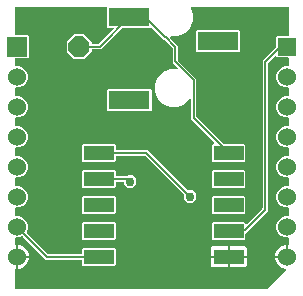
<source format=gbr>
G04 EAGLE Gerber RS-274X export*
G75*
%MOMM*%
%FSLAX34Y34*%
%LPD*%
%INTop Copper*%
%IPPOS*%
%AMOC8*
5,1,8,0,0,1.08239X$1,22.5*%
G01*
G04 Define Apertures*
%ADD10R,2.540000X1.270000*%
%ADD11R,1.676400X1.676400*%
%ADD12C,1.524000*%
%ADD13R,1.524000X1.524000*%
%ADD14R,3.500000X1.500000*%
%ADD15P,1.92449X8X22.5*%
%ADD16C,0.152400*%
%ADD17C,0.756400*%
G36*
X229952Y10855D02*
X230194Y11018D01*
X245815Y26639D01*
X245982Y26892D01*
X246038Y27190D01*
X245973Y27486D01*
X245797Y27734D01*
X245539Y27893D01*
X245276Y27940D01*
X245121Y27940D01*
X241387Y29487D01*
X238529Y32345D01*
X236982Y36079D01*
X236982Y37338D01*
X247904Y37338D01*
X247904Y48260D01*
X248285Y48260D01*
X248582Y48320D01*
X248832Y48492D01*
X248996Y48747D01*
X249047Y49022D01*
X249047Y53594D01*
X248987Y53891D01*
X248815Y54141D01*
X248560Y54305D01*
X248285Y54356D01*
X245323Y54356D01*
X241962Y55748D01*
X239390Y58320D01*
X237998Y61681D01*
X237998Y65319D01*
X239390Y68680D01*
X241962Y71252D01*
X245323Y72644D01*
X248285Y72644D01*
X248582Y72704D01*
X248832Y72876D01*
X248996Y73131D01*
X249047Y73406D01*
X249047Y78994D01*
X248987Y79291D01*
X248815Y79541D01*
X248560Y79705D01*
X248285Y79756D01*
X245323Y79756D01*
X241962Y81148D01*
X239390Y83720D01*
X237998Y87081D01*
X237998Y90719D01*
X239390Y94080D01*
X241962Y96652D01*
X245323Y98044D01*
X248285Y98044D01*
X248582Y98104D01*
X248832Y98276D01*
X248996Y98531D01*
X249047Y98806D01*
X249047Y104394D01*
X248987Y104691D01*
X248815Y104941D01*
X248560Y105105D01*
X248285Y105156D01*
X245323Y105156D01*
X241962Y106548D01*
X239390Y109120D01*
X237998Y112481D01*
X237998Y116119D01*
X239390Y119480D01*
X241962Y122052D01*
X245323Y123444D01*
X248285Y123444D01*
X248582Y123504D01*
X248832Y123676D01*
X248996Y123931D01*
X249047Y124206D01*
X249047Y129794D01*
X248987Y130091D01*
X248815Y130341D01*
X248560Y130505D01*
X248285Y130556D01*
X245323Y130556D01*
X241962Y131948D01*
X239390Y134520D01*
X237998Y137881D01*
X237998Y141519D01*
X239390Y144880D01*
X241962Y147452D01*
X245323Y148844D01*
X248285Y148844D01*
X248582Y148904D01*
X248832Y149076D01*
X248996Y149331D01*
X249047Y149606D01*
X249047Y155194D01*
X248987Y155491D01*
X248815Y155741D01*
X248560Y155905D01*
X248285Y155956D01*
X245323Y155956D01*
X241962Y157348D01*
X239390Y159920D01*
X237998Y163281D01*
X237998Y166919D01*
X239390Y170280D01*
X241962Y172852D01*
X245323Y174244D01*
X248285Y174244D01*
X248582Y174304D01*
X248832Y174476D01*
X248996Y174731D01*
X249047Y175006D01*
X249047Y180594D01*
X248987Y180891D01*
X248815Y181141D01*
X248560Y181305D01*
X248285Y181356D01*
X245323Y181356D01*
X241962Y182748D01*
X239390Y185320D01*
X237998Y188681D01*
X237998Y192319D01*
X239390Y195680D01*
X241962Y198252D01*
X245323Y199644D01*
X248285Y199644D01*
X248582Y199704D01*
X248832Y199876D01*
X248996Y200131D01*
X249047Y200406D01*
X249047Y205994D01*
X248987Y206291D01*
X248815Y206541D01*
X248560Y206705D01*
X248285Y206756D01*
X238891Y206756D01*
X237967Y207680D01*
X237938Y207823D01*
X237766Y208073D01*
X237511Y208236D01*
X237212Y208287D01*
X236917Y208217D01*
X236697Y208064D01*
X231109Y202476D01*
X230942Y202223D01*
X230886Y201937D01*
X230886Y77010D01*
X212077Y58201D01*
X211910Y57949D01*
X211854Y57663D01*
X211854Y52989D01*
X210961Y52096D01*
X184299Y52096D01*
X183406Y52989D01*
X183406Y66951D01*
X184299Y67844D01*
X210961Y67844D01*
X211854Y66951D01*
X211854Y66284D01*
X211914Y65986D01*
X212086Y65736D01*
X212341Y65573D01*
X212640Y65522D01*
X212935Y65592D01*
X213155Y65745D01*
X226091Y78681D01*
X226258Y78934D01*
X226314Y79220D01*
X226314Y204147D01*
X237775Y215608D01*
X237942Y215861D01*
X237998Y216147D01*
X237998Y224151D01*
X238891Y225044D01*
X248285Y225044D01*
X248582Y225104D01*
X248832Y225276D01*
X248996Y225531D01*
X249047Y225806D01*
X249047Y248793D01*
X248987Y249090D01*
X248815Y249340D01*
X248560Y249504D01*
X248285Y249555D01*
X166129Y249555D01*
X165832Y249495D01*
X165582Y249323D01*
X165418Y249068D01*
X165368Y248769D01*
X165425Y248501D01*
X167290Y243999D01*
X167290Y237571D01*
X164830Y231631D01*
X160284Y227085D01*
X154344Y224625D01*
X148748Y224625D01*
X148450Y224565D01*
X148200Y224393D01*
X148037Y224138D01*
X147986Y223839D01*
X148056Y223544D01*
X148209Y223324D01*
X154686Y216847D01*
X154686Y204709D01*
X154746Y204412D01*
X154909Y204170D01*
X170338Y188741D01*
X170338Y156811D01*
X170398Y156513D01*
X170561Y156272D01*
X192766Y134067D01*
X193019Y133900D01*
X193305Y133844D01*
X210961Y133844D01*
X211854Y132951D01*
X211854Y118989D01*
X210961Y118096D01*
X184299Y118096D01*
X183406Y118989D01*
X183406Y132951D01*
X184299Y133844D01*
X184683Y133844D01*
X184981Y133904D01*
X185231Y134076D01*
X185394Y134331D01*
X185445Y134630D01*
X185375Y134925D01*
X185222Y135145D01*
X165766Y154601D01*
X165766Y170728D01*
X165706Y171025D01*
X165534Y171275D01*
X165279Y171438D01*
X164980Y171489D01*
X164685Y171420D01*
X164465Y171267D01*
X160284Y167085D01*
X154344Y164625D01*
X147916Y164625D01*
X141976Y167085D01*
X137430Y171631D01*
X134970Y177571D01*
X134970Y183999D01*
X137430Y189939D01*
X141976Y194485D01*
X147916Y196945D01*
X153829Y196945D01*
X154126Y197005D01*
X154376Y197177D01*
X154540Y197432D01*
X154590Y197731D01*
X154521Y198026D01*
X154368Y198246D01*
X150114Y202499D01*
X150114Y214637D01*
X150054Y214935D01*
X149891Y215176D01*
X143713Y221354D01*
X143460Y221521D01*
X143174Y221577D01*
X143174Y221577D01*
X132914Y231836D01*
X132661Y232004D01*
X132363Y232060D01*
X132067Y231994D01*
X131837Y231836D01*
X131761Y231761D01*
X108155Y231761D01*
X107857Y231701D01*
X107616Y231538D01*
X89692Y213614D01*
X82296Y213614D01*
X81999Y213554D01*
X81749Y213382D01*
X81585Y213127D01*
X81534Y212852D01*
X81534Y211586D01*
X75434Y205486D01*
X66806Y205486D01*
X60706Y211586D01*
X60706Y220214D01*
X66806Y226314D01*
X75434Y226314D01*
X81534Y220214D01*
X81534Y218948D01*
X81594Y218651D01*
X81766Y218401D01*
X82021Y218237D01*
X82296Y218186D01*
X87482Y218186D01*
X87780Y218246D01*
X88021Y218409D01*
X100072Y230460D01*
X100240Y230713D01*
X100295Y231011D01*
X100230Y231307D01*
X100055Y231555D01*
X99797Y231714D01*
X99533Y231761D01*
X95499Y231761D01*
X94606Y232654D01*
X94606Y248793D01*
X94546Y249090D01*
X94374Y249340D01*
X94119Y249504D01*
X93844Y249555D01*
X17399Y249555D01*
X17102Y249495D01*
X16852Y249323D01*
X16688Y249068D01*
X16637Y248793D01*
X16637Y226568D01*
X16697Y226271D01*
X16869Y226021D01*
X17124Y225857D01*
X17399Y225806D01*
X27555Y225806D01*
X28448Y224913D01*
X28448Y206887D01*
X27555Y205994D01*
X17399Y205994D01*
X17102Y205934D01*
X16852Y205762D01*
X16688Y205507D01*
X16637Y205232D01*
X16637Y200406D01*
X16697Y200109D01*
X16869Y199859D01*
X17124Y199695D01*
X17399Y199644D01*
X20361Y199644D01*
X23722Y198252D01*
X26294Y195680D01*
X27686Y192319D01*
X27686Y188681D01*
X26294Y185320D01*
X23722Y182748D01*
X20361Y181356D01*
X17399Y181356D01*
X17102Y181296D01*
X16852Y181124D01*
X16688Y180869D01*
X16637Y180594D01*
X16637Y175006D01*
X16697Y174709D01*
X16869Y174459D01*
X17124Y174295D01*
X17399Y174244D01*
X20361Y174244D01*
X23722Y172852D01*
X26294Y170280D01*
X27686Y166919D01*
X27686Y163281D01*
X26294Y159920D01*
X23722Y157348D01*
X20361Y155956D01*
X17399Y155956D01*
X17102Y155896D01*
X16852Y155724D01*
X16688Y155469D01*
X16637Y155194D01*
X16637Y149606D01*
X16697Y149309D01*
X16869Y149059D01*
X17124Y148895D01*
X17399Y148844D01*
X20361Y148844D01*
X23722Y147452D01*
X26294Y144880D01*
X27686Y141519D01*
X27686Y137881D01*
X26294Y134520D01*
X23722Y131948D01*
X20361Y130556D01*
X17399Y130556D01*
X17102Y130496D01*
X16852Y130324D01*
X16688Y130069D01*
X16637Y129794D01*
X16637Y124206D01*
X16697Y123909D01*
X16869Y123659D01*
X17124Y123495D01*
X17399Y123444D01*
X20361Y123444D01*
X23722Y122052D01*
X26294Y119480D01*
X27686Y116119D01*
X27686Y112481D01*
X26294Y109120D01*
X23722Y106548D01*
X20361Y105156D01*
X17399Y105156D01*
X17102Y105096D01*
X16852Y104924D01*
X16688Y104669D01*
X16637Y104394D01*
X16637Y98806D01*
X16697Y98509D01*
X16869Y98259D01*
X17124Y98095D01*
X17399Y98044D01*
X20361Y98044D01*
X23722Y96652D01*
X26294Y94080D01*
X27686Y90719D01*
X27686Y87081D01*
X26294Y83720D01*
X23722Y81148D01*
X20361Y79756D01*
X17399Y79756D01*
X17102Y79696D01*
X16852Y79524D01*
X16688Y79269D01*
X16637Y78994D01*
X16637Y73406D01*
X16697Y73109D01*
X16869Y72859D01*
X17124Y72695D01*
X17399Y72644D01*
X20361Y72644D01*
X23722Y71252D01*
X26294Y68680D01*
X27686Y65319D01*
X27686Y61681D01*
X26682Y59258D01*
X26624Y58960D01*
X26687Y58664D01*
X26847Y58427D01*
X44796Y40479D01*
X45049Y40312D01*
X45335Y40256D01*
X72644Y40256D01*
X72941Y40316D01*
X73191Y40488D01*
X73355Y40743D01*
X73406Y41018D01*
X73406Y44951D01*
X74299Y45844D01*
X100961Y45844D01*
X101854Y44951D01*
X101854Y30989D01*
X100961Y30096D01*
X74299Y30096D01*
X73406Y30989D01*
X73406Y34922D01*
X73346Y35219D01*
X73174Y35469D01*
X72919Y35633D01*
X72644Y35684D01*
X43125Y35684D01*
X23615Y55195D01*
X23362Y55362D01*
X23064Y55418D01*
X22784Y55360D01*
X20361Y54356D01*
X17399Y54356D01*
X17102Y54296D01*
X16852Y54124D01*
X16688Y53869D01*
X16637Y53594D01*
X16637Y49022D01*
X16697Y48725D01*
X16869Y48475D01*
X17124Y48311D01*
X17399Y48260D01*
X17780Y48260D01*
X17780Y27940D01*
X17399Y27940D01*
X17102Y27880D01*
X16852Y27708D01*
X16688Y27453D01*
X16637Y27178D01*
X16637Y11557D01*
X16697Y11260D01*
X16869Y11010D01*
X17124Y10846D01*
X17399Y10795D01*
X229655Y10795D01*
X229952Y10855D01*
G37*
%LPC*%
G36*
X170499Y211761D02*
X169606Y212654D01*
X169606Y228916D01*
X170499Y229809D01*
X206761Y229809D01*
X207654Y228916D01*
X207654Y212654D01*
X206761Y211761D01*
X170499Y211761D01*
G37*
G36*
X95499Y161761D02*
X94606Y162654D01*
X94606Y178916D01*
X95499Y179809D01*
X131761Y179809D01*
X132654Y178916D01*
X132654Y162654D01*
X131761Y161761D01*
X95499Y161761D01*
G37*
G36*
X162902Y83594D02*
X159794Y86702D01*
X159794Y90657D01*
X159734Y90955D01*
X159571Y91196D01*
X127306Y123461D01*
X127053Y123628D01*
X126767Y123684D01*
X102616Y123684D01*
X102319Y123624D01*
X102069Y123452D01*
X101905Y123197D01*
X101854Y122922D01*
X101854Y118989D01*
X100961Y118096D01*
X74299Y118096D01*
X73406Y118989D01*
X73406Y132951D01*
X74299Y133844D01*
X100961Y133844D01*
X101854Y132951D01*
X101854Y129018D01*
X101914Y128721D01*
X102086Y128471D01*
X102341Y128307D01*
X102616Y128256D01*
X128977Y128256D01*
X162804Y94429D01*
X163057Y94262D01*
X163343Y94206D01*
X167298Y94206D01*
X170406Y91098D01*
X170406Y86702D01*
X167298Y83594D01*
X162902Y83594D01*
G37*
G36*
X184299Y96096D02*
X183406Y96989D01*
X183406Y110951D01*
X184299Y111844D01*
X210961Y111844D01*
X211854Y110951D01*
X211854Y96989D01*
X210961Y96096D01*
X184299Y96096D01*
G37*
G36*
X74299Y96096D02*
X73406Y96989D01*
X73406Y110951D01*
X74299Y111844D01*
X100961Y111844D01*
X101854Y110951D01*
X101854Y107018D01*
X101914Y106721D01*
X102086Y106471D01*
X102341Y106307D01*
X102616Y106256D01*
X111137Y106256D01*
X111434Y106316D01*
X111675Y106479D01*
X112102Y106906D01*
X116498Y106906D01*
X119606Y103798D01*
X119606Y99402D01*
X116498Y96294D01*
X112102Y96294D01*
X108994Y99402D01*
X108994Y100922D01*
X108934Y101219D01*
X108762Y101469D01*
X108507Y101633D01*
X108232Y101684D01*
X102616Y101684D01*
X102319Y101624D01*
X102069Y101452D01*
X101905Y101197D01*
X101854Y100922D01*
X101854Y96989D01*
X100961Y96096D01*
X74299Y96096D01*
G37*
G36*
X184299Y74096D02*
X183406Y74989D01*
X183406Y88951D01*
X184299Y89844D01*
X210961Y89844D01*
X211854Y88951D01*
X211854Y74989D01*
X210961Y74096D01*
X184299Y74096D01*
G37*
G36*
X74299Y74096D02*
X73406Y74989D01*
X73406Y88951D01*
X74299Y89844D01*
X100961Y89844D01*
X101854Y88951D01*
X101854Y74989D01*
X100961Y74096D01*
X74299Y74096D01*
G37*
G36*
X74299Y52096D02*
X73406Y52989D01*
X73406Y66951D01*
X74299Y67844D01*
X100961Y67844D01*
X101854Y66951D01*
X101854Y52989D01*
X100961Y52096D01*
X74299Y52096D01*
G37*
G36*
X236982Y38862D02*
X236982Y40121D01*
X238529Y43855D01*
X241387Y46713D01*
X245121Y48260D01*
X246380Y48260D01*
X246380Y38862D01*
X236982Y38862D01*
G37*
G36*
X19304Y38862D02*
X19304Y48260D01*
X20563Y48260D01*
X24297Y46713D01*
X27155Y43855D01*
X28702Y40121D01*
X28702Y38862D01*
X19304Y38862D01*
G37*
G36*
X182390Y38732D02*
X182390Y45372D01*
X183878Y46860D01*
X196868Y46860D01*
X196868Y38732D01*
X182390Y38732D01*
G37*
G36*
X198392Y38732D02*
X198392Y46860D01*
X211382Y46860D01*
X212870Y45372D01*
X212870Y38732D01*
X198392Y38732D01*
G37*
G36*
X19304Y27940D02*
X19304Y37338D01*
X28702Y37338D01*
X28702Y36079D01*
X27155Y32345D01*
X24297Y29487D01*
X20563Y27940D01*
X19304Y27940D01*
G37*
G36*
X198392Y29080D02*
X198392Y37208D01*
X212870Y37208D01*
X212870Y30568D01*
X211382Y29080D01*
X198392Y29080D01*
G37*
G36*
X183878Y29080D02*
X182390Y30568D01*
X182390Y37208D01*
X196868Y37208D01*
X196868Y29080D01*
X183878Y29080D01*
G37*
%LPD*%
D10*
X87630Y125970D03*
X87630Y103970D03*
X87630Y81970D03*
X87630Y59970D03*
X87630Y37970D03*
X197630Y125970D03*
X197630Y103970D03*
X197630Y81970D03*
X197630Y59970D03*
X197630Y37970D03*
D11*
X18542Y215900D03*
D12*
X18542Y190500D03*
X18542Y165100D03*
X18542Y139700D03*
X18542Y114300D03*
X18542Y88900D03*
X18542Y63500D03*
X18542Y38100D03*
X247142Y38100D03*
X247142Y63500D03*
X247142Y88900D03*
X247142Y114300D03*
X247142Y139700D03*
X247142Y165100D03*
X247142Y190500D03*
D13*
X247142Y215900D03*
D14*
X113630Y240785D03*
X188630Y220785D03*
X113630Y170785D03*
D15*
X71120Y215900D03*
D16*
X247142Y38100D02*
X247012Y37970D01*
X197630Y37970D01*
X87630Y37970D02*
X44072Y37970D01*
X18542Y63500D01*
X168052Y155548D02*
X197630Y125970D01*
X152400Y203446D02*
X152400Y215900D01*
X168052Y187794D02*
X168052Y155548D01*
X168052Y187794D02*
X152400Y203446D01*
X152400Y215900D02*
X144437Y223863D01*
X144121Y223863D01*
X127199Y240785D02*
X113630Y240785D01*
X127199Y240785D02*
X144121Y223863D01*
X113630Y240785D02*
X88745Y215900D01*
X71120Y215900D01*
X198294Y60634D02*
X197630Y59970D01*
X198294Y60634D02*
X211277Y60634D01*
X228600Y77957D01*
X228600Y203200D01*
X241300Y215900D01*
X247142Y215900D01*
X111930Y103970D02*
X87630Y103970D01*
X111930Y103970D02*
X114300Y101600D01*
D17*
X114300Y101600D03*
D16*
X128030Y125970D02*
X87630Y125970D01*
X128030Y125970D02*
X165100Y88900D01*
D17*
X165100Y88900D03*
M02*

</source>
